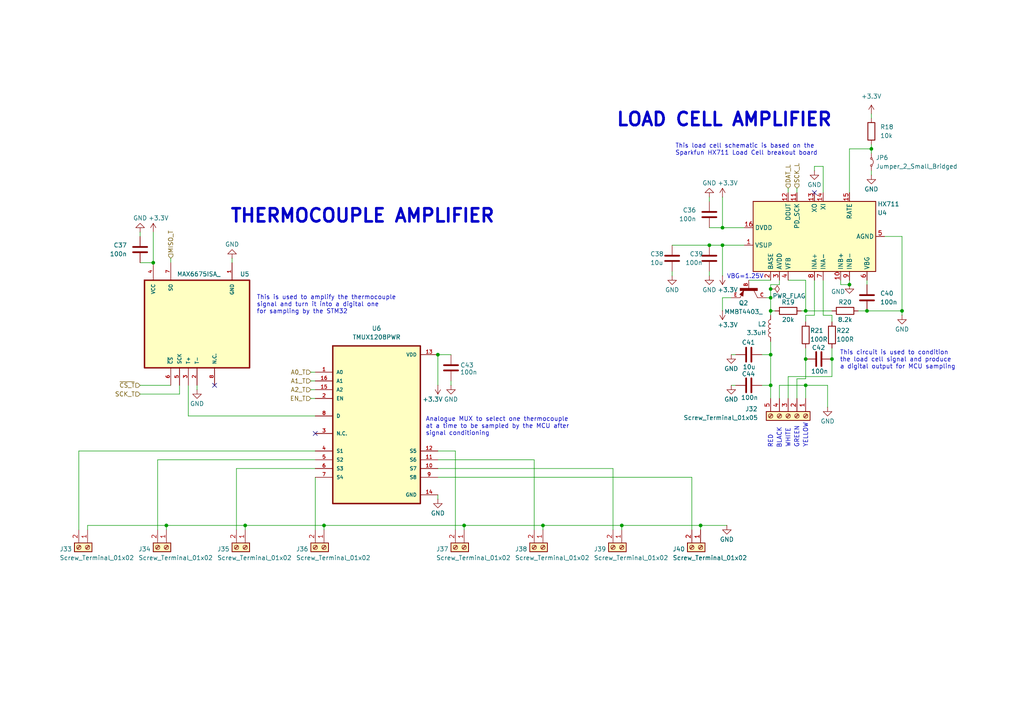
<source format=kicad_sch>
(kicad_sch (version 20250114) (generator "eeschema") (generator_version "9.0")
  (paper "A4")
  (title_block (title "Feedback Circuit") (date "2025-07-01") (rev "0.1") (company "Stellenbosch University") (comment 1 "Department of Mechanical and Mechatronic Engineering") (comment 2 "Student Number: 25848887") (comment 3 "Name: Simon Craig DANIEL"))
  (lib_symbols
    (symbol "Analog_ADC:HX711"
      (property "Reference" "U" (at 5.08 21.59 0))
      (property "Value" "HX711" (at 7.62 19.05 0))
      (symbol "HX711_0_1"
        (rectangle (start -10.16 17.78) (end 10.16 -17.78) (stroke (width 0.254)) (fill (type background)))
      )
      (symbol "HX711_1_1"
        (pin passive line (at -12.7 12.7 0) (length 2.54) (name "BASE") (number "2"))
        (pin power_in line (at -12.7 10.16 0) (length 2.54) (name "AVDD") (number "3"))
        (pin input line (at -12.7 7.62 0) (length 2.54) (name "VFB") (number "4"))
        (pin input line (at -12.7 0 0) (length 2.54) (name "INA+") (number "8"))
        (pin input line (at -12.7 -2.54 0) (length 2.54) (name "INA-") (number "7"))
        (pin input line (at -12.7 -7.62 0) (length 2.54) (name "INB+") (number "10"))
        (pin input line (at -12.7 -10.16 0) (length 2.54) (name "INB-") (number "9"))
        (pin passive line (at -12.7 -15.24 0) (length 2.54) (name "VBG") (number "6"))
        (pin power_in line (at -2.54 20.32 270) (length 2.54) (name "VSUP") (number "1"))
        (pin power_in line (at 0 -20.32 90) (length 2.54) (name "AGND") (number "5"))
        (pin power_in line (at 2.54 20.32 270) (length 2.54) (name "DVDD") (number "16"))
        (pin output line (at 12.7 7.62 180) (length 2.54) (name "DOUT") (number "12"))
        (pin input line (at 12.7 5.08 180) (length 2.54) (name "PD_SCK") (number "11"))
        (pin passive line (at 12.7 0 180) (length 2.54) (name "XO") (number "13"))
        (pin passive line (at 12.7 -2.54 180) (length 2.54) (name "XI") (number "14"))
        (pin input line (at 12.7 -10.16 180) (length 2.54) (name "RATE") (number "15"))
      )
    )
    (symbol "Connector:Screw_Terminal_01x02" (pin_names (offset 1.016) (hide yes))
      (property "Reference" "J" (at 0 2.54 0))
      (property "Value" "Screw_Terminal_01x02" (at 0 -5.08 0))
      (symbol "Screw_Terminal_01x02_1_1"
        (rectangle (start -1.27 1.27) (end 1.27 -3.81) (stroke (width 0.254)) (fill (type background)))
        (polyline (pts (xy -0.5334 0.3302) (xy 0.3302 -0.508)) (stroke (width 0.1524)))
        (polyline (pts (xy -0.5334 -2.2098) (xy 0.3302 -3.048)) (stroke (width 0.1524)))
        (polyline (pts (xy -0.3556 0.508) (xy 0.508 -0.3302)) (stroke (width 0.1524)))
        (polyline (pts (xy -0.3556 -2.032) (xy 0.508 -2.8702)) (stroke (width 0.1524)))
        (circle (center 0 0) (radius 0.635) (stroke (width 0.1524)))
        (circle (center 0 -2.54) (radius 0.635) (stroke (width 0.1524)))
        (pin passive line (at -5.08 0 0) (length 3.81) (name "Pin_1") (number "1"))
        (pin passive line (at -5.08 -2.54 0) (length 3.81) (name "Pin_2") (number "2"))
      )
    )
    (symbol "Connector:Screw_Terminal_01x05" (pin_names (offset 1.016) (hide yes))
      (property "Reference" "J" (at 0 7.62 0))
      (property "Value" "Screw_Terminal_01x05" (at 0 -7.62 0))
      (symbol "Screw_Terminal_01x05_1_1"
        (rectangle (start -1.27 6.35) (end 1.27 -6.35) (stroke (width 0.254)) (fill (type background)))
        (polyline (pts (xy -0.5334 5.4102) (xy 0.3302 4.572)) (stroke (width 0.1524)))
        (polyline (pts (xy -0.5334 2.8702) (xy 0.3302 2.032)) (stroke (width 0.1524)))
        (polyline (pts (xy -0.5334 0.3302) (xy 0.3302 -0.508)) (stroke (width 0.1524)))
        (polyline (pts (xy -0.5334 -2.2098) (xy 0.3302 -3.048)) (stroke (width 0.1524)))
        (polyline (pts (xy -0.5334 -4.7498) (xy 0.3302 -5.588)) (stroke (width 0.1524)))
        (polyline (pts (xy -0.3556 5.588) (xy 0.508 4.7498)) (stroke (width 0.1524)))
        (polyline (pts (xy -0.3556 3.048) (xy 0.508 2.2098)) (stroke (width 0.1524)))
        (polyline (pts (xy -0.3556 0.508) (xy 0.508 -0.3302)) (stroke (width 0.1524)))
        (polyline (pts (xy -0.3556 -2.032) (xy 0.508 -2.8702)) (stroke (width 0.1524)))
        (polyline (pts (xy -0.3556 -4.572) (xy 0.508 -5.4102)) (stroke (width 0.1524)))
        (circle (center 0 5.08) (radius 0.635) (stroke (width 0.1524)))
        (circle (center 0 2.54) (radius 0.635) (stroke (width 0.1524)))
        (circle (center 0 0) (radius 0.635) (stroke (width 0.1524)))
        (circle (center 0 -2.54) (radius 0.635) (stroke (width 0.1524)))
        (circle (center 0 -5.08) (radius 0.635) (stroke (width 0.1524)))
        (pin passive line (at -5.08 5.08 0) (length 3.81) (name "Pin_1") (number "1"))
        (pin passive line (at -5.08 2.54 0) (length 3.81) (name "Pin_2") (number "2"))
        (pin passive line (at -5.08 0 0) (length 3.81) (name "Pin_3") (number "3"))
        (pin passive line (at -5.08 -2.54 0) (length 3.81) (name "Pin_4") (number "4"))
        (pin passive line (at -5.08 -5.08 0) (length 3.81) (name "Pin_5") (number "5"))
      )
    )
    (symbol "Device:C" (pin_numbers (hide yes)) (pin_names (offset 0.254))
      (property "Reference" "C" (at 0.635 2.54 0))
      (property "Value" "C" (at 0.635 -2.54 0))
      (symbol "C_0_1"
        (polyline (pts (xy -2.032 0.762) (xy 2.032 0.762)) (stroke (width 0.508)))
        (polyline (pts (xy -2.032 -0.762) (xy 2.032 -0.762)) (stroke (width 0.508)))
      )
      (symbol "C_1_1"
        (pin passive line (at 0 3.81 270) (length 2.794) (name "~") (number "1"))
        (pin passive line (at 0 -3.81 90) (length 2.794) (name "~") (number "2"))
      )
    )
    (symbol "Device:L" (pin_numbers (hide yes)) (pin_names (offset 1.016) (hide yes))
      (property "Reference" "L" (at -1.27 0 90))
      (property "Value" "L" (at 1.905 0 90))
      (symbol "L_0_1"
        (arc (start 0 2.54) (mid 0.6323 1.905) (end 0 1.27))
        (arc (start 0 1.27) (mid 0.6323 0.635) (end 0 0))
        (arc (start 0 0) (mid 0.6323 -0.635) (end 0 -1.27))
        (arc (start 0 -1.27) (mid 0.6323 -1.905) (end 0 -2.54))
      )
      (symbol "L_1_1"
        (pin passive line (at 0 3.81 270) (length 1.27) (name "1") (number "1"))
        (pin passive line (at 0 -3.81 90) (length 1.27) (name "2") (number "2"))
      )
    )
    (symbol "Device:R" (pin_numbers (hide yes)) (pin_names (offset 0))
      (property "Reference" "R" (at 2.032 0 90))
      (property "Value" "R" (at 0 0 90))
      (symbol "R_0_1"
        (rectangle (start -1.016 -2.54) (end 1.016 2.54) (stroke (width 0.254)))
      )
      (symbol "R_1_1"
        (pin passive line (at 0 3.81 270) (length 1.27) (name "~") (number "1"))
        (pin passive line (at 0 -3.81 90) (length 1.27) (name "~") (number "2"))
      )
    )
    (symbol "Jumper:Jumper_2_Small_Bridged" (pin_numbers (hide yes)) (pin_names (offset 0) (hide yes))
      (property "Reference" "JP" (at 0 2.032 0))
      (property "Value" "Jumper_2_Small_Bridged" (at 0 -2.286 0))
      (symbol "Jumper_2_Small_Bridged_0_0"
        (circle (center -1.016 0) (radius 0.254))
        (circle (center 1.016 0) (radius 0.254))
      )
      (symbol "Jumper_2_Small_Bridged_0_1"
        (arc (start -0.762 0.254) (mid 0 0.5696) (end 0.762 0.254))
      )
      (symbol "Jumper_2_Small_Bridged_1_1"
        (pin passive line (at -2.54 0 0) (length 1.27) (name "A") (number "1"))
        (pin passive line (at 2.54 0 180) (length 1.27) (name "B") (number "2"))
      )
    )
    (symbol "MAX6675ISA_:MAX6675ISA_" (pin_names (offset 1.016))
      (property "Reference" "U" (at -12.7 16.24 0))
      (property "Value" "MAX6675ISA_" (at -12.7 -19.24 0))
      (symbol "MAX6675ISA__0_0"
        (rectangle (start -12.7 -15.24) (end 12.7 15.24) (stroke (width 0.41)) (fill (type background)))
        (pin input line (at -17.78 7.62 0) (length 5.08) (name "~{CS}") (number "6"))
        (pin input line (at -17.78 5.08 0) (length 5.08) (name "SCK") (number "5"))
        (pin input line (at -17.78 2.54 0) (length 5.08) (name "T+") (number "3"))
        (pin input line (at -17.78 0 0) (length 5.08) (name "T-") (number "2"))
        (pin bidirectional line (at -17.78 -5.08 0) (length 5.08) (name "N.C.") (number "8"))
        (pin power_in line (at 17.78 12.7 180) (length 5.08) (name "VCC") (number "4"))
        (pin output line (at 17.78 7.62 180) (length 5.08) (name "SO") (number "7"))
        (pin power_in line (at 17.78 -10.16 180) (length 5.08) (name "GND") (number "1"))
      )
    )
    (symbol "MMBT4403_:MMBT4403_" (pin_names (offset 1.016))
      (property "Reference" "Q" (at -10.1673 7.6255 0))
      (property "Value" "MMBT4403_" (at -10.1715 5.0857 0))
      (symbol "MMBT4403__0_0"
        (rectangle (start -0.2545 -2.545) (end 0.508 2.54) (stroke (width 0.1)) (fill (type outline)))
        (polyline (pts (xy 0.516 1.478) (xy 2.086 1.678)) (stroke (width 0.1524)))
        (polyline (pts (xy 0.762 1.651) (xy 1.778 1.778)) (stroke (width 0.254)))
        (polyline (pts (xy 1.143 1.905) (xy 1.524 1.905)) (stroke (width 0.254)))
        (polyline (pts (xy 1.524 2.413) (xy 0.762 1.651)) (stroke (width 0.254)))
        (polyline (pts (xy 1.524 2.159) (xy 1.143 1.905)) (stroke (width 0.254)))
        (polyline (pts (xy 1.578 2.594) (xy 0.516 1.478)) (stroke (width 0.1524)))
        (polyline (pts (xy 1.778 1.778) (xy 1.524 2.159)) (stroke (width 0.254)))
        (polyline (pts (xy 1.905 1.778) (xy 1.524 2.413)) (stroke (width 0.254)))
        (polyline (pts (xy 2.086 1.678) (xy 1.578 2.594)) (stroke (width 0.1524)))
        (polyline (pts (xy 2.54 2.54) (xy 1.808 2.124)) (stroke (width 0.1524)))
        (polyline (pts (xy 2.54 -2.54) (xy 0.508 -1.524)) (stroke (width 0.1524)))
        (pin passive line (at -2.54 0 0) (length 2.54) (name "~") (number "B"))
        (pin passive line (at 2.54 5.08 270) (length 2.54) (name "~") (number "E"))
        (pin passive line (at 2.54 -5.08 90) (length 2.54) (name "~") (number "C"))
      )
    )
    (symbol "TMUX1208PWR:TMUX1208PWR" (pin_names (offset 1.016))
      (property "Reference" "U" (at -12.7 23.86 0))
      (property "Value" "TMUX1208PWR" (at -12.7 -26.86 0))
      (symbol "TMUX1208PWR_0_0"
        (rectangle (start -12.7 -22.86) (end 12.7 22.86) (stroke (width 0.41)) (fill (type background)))
        (pin input line (at -17.78 15.24 0) (length 5.08) (name "A0") (number "1"))
        (pin input line (at -17.78 12.7 0) (length 5.08) (name "A1") (number "16"))
        (pin input line (at -17.78 10.16 0) (length 5.08) (name "A2") (number "15"))
        (pin input line (at -17.78 7.62 0) (length 5.08) (name "EN") (number "2"))
        (pin bidirectional line (at -17.78 2.54 0) (length 5.08) (name "D") (number "8"))
        (pin bidirectional line (at -17.78 -2.54 0) (length 5.08) (name "N.C.") (number "3"))
        (pin bidirectional line (at -17.78 -7.62 0) (length 5.08) (name "S1") (number "4"))
        (pin bidirectional line (at -17.78 -10.16 0) (length 5.08) (name "S2") (number "5"))
        (pin bidirectional line (at -17.78 -12.7 0) (length 5.08) (name "S3") (number "6"))
        (pin bidirectional line (at -17.78 -15.24 0) (length 5.08) (name "S4") (number "7"))
        (pin power_in line (at 17.78 20.32 180) (length 5.08) (name "VDD") (number "13"))
        (pin bidirectional line (at 17.78 -7.62 180) (length 5.08) (name "S5") (number "12"))
        (pin bidirectional line (at 17.78 -10.16 180) (length 5.08) (name "S6") (number "11"))
        (pin bidirectional line (at 17.78 -12.7 180) (length 5.08) (name "S7") (number "10"))
        (pin bidirectional line (at 17.78 -15.24 180) (length 5.08) (name "S8") (number "9"))
        (pin power_in line (at 17.78 -20.32 180) (length 5.08) (name "GND") (number "14"))
      )
    )
    (symbol "power:+3.3V" (power) (pin_numbers (hide yes)) (pin_names (offset 0) (hide yes))
      (property "Value" "+3.3V" (at 0 3.556 0))
      (symbol "+3.3V_0_1"
        (polyline (pts (xy -0.762 1.27) (xy 0 2.54)))
        (polyline (pts (xy 0 2.54) (xy 0.762 1.27)))
        (polyline (pts (xy 0 0) (xy 0 2.54)))
      )
      (symbol "+3.3V_1_1"
        (pin power_in line (at 0 0 90) (length 0) (name "~") (number "1"))
      )
    )
    (symbol "power:GND" (power) (pin_numbers (hide yes)) (pin_names (offset 0) (hide yes))
      (property "Value" "GND" (at 0 -3.81 0))
      (symbol "GND_0_1"
        (polyline (pts (xy 0 0) (xy 0 -1.27) (xy 1.27 -1.27) (xy 0 -2.54) (xy -1.27 -1.27) (xy 0 -1.27)))
      )
      (symbol "GND_1_1"
        (pin power_in line (at 0 0 270) (length 0) (name "~") (number "1"))
      )
    )
    (symbol "power:PWR_FLAG" (power) (pin_numbers (hide yes)) (pin_names (offset 0) (hide yes))
      (property "Value" "PWR_FLAG" (at 0 3.81 0))
      (symbol "PWR_FLAG_0_0"
        (pin power_out line (at 0 0 90) (length 0) (name "~") (number "1"))
      )
      (symbol "PWR_FLAG_0_1"
        (polyline (pts (xy 0 0) (xy 0 1.27) (xy -1.016 1.905) (xy 0 2.54) (xy 1.016 1.905) (xy 0 1.27)))
      )
    )
  )
  (text "WHITE\n" (at 228.6 127 90) (effects (font (size 1.27 1.27))))
  (text "This load cell schematic is based on the \nSparkfun HX711 Load Cell breakout board" (at 195.834 43.434 0) (effects (font (size 1.27 1.27)) (justify left)))
  (text "THERMOCOUPLE AMPLIFIER\n" (at 105.156 62.738 0) (effects (font (size 3.81 3.81) (thickness 0.762) (bold yes))))
  (text "YELLOW" (at 233.68 126.238 90) (effects (font (size 1.27 1.27))))
  (text "This circuit is used to condition \nthe load cell signal and produce\na digital output for MCU sampling" (at 243.586 104.394 0) (effects (font (size 1.27 1.27)) (justify left)))
  (text "BLACK\n" (at 226.06 127 90) (effects (font (size 1.27 1.27))))
  (text "RED\n" (at 223.52 128.016 90) (effects (font (size 1.27 1.27))))
  (text "GREEN\n" (at 231.14 126.746 90) (effects (font (size 1.27 1.27))))
  (text "Analogue MUX to select one thermocouple \nat a time to be sampled by the MCU after \nsignal conditioning" (at 123.444 123.698 0) (effects (font (size 1.27 1.27)) (justify left)))
  (text "LOAD CELL AMPLIFIER\n" (at 210.058 34.798 0) (effects (font (size 3.81 3.81) (thickness 0.762) (bold yes))))
  (text "VBG=1.25V" (at 216.154 80.264 0) (effects (font (size 1.27 1.27))))
  (text "This is used to amplify the thermocouple \nsignal and turn it into a digital one \nfor sampling by the STM32" (at 74.422 88.392 0) (effects (font (size 1.27 1.27)) (justify left)))
  (junction (at 209.55 66.04))
  (junction (at 180.34 152.4))
  (junction (at 252.73 43.18))
  (junction (at 246.38 82.55))
  (junction (at 93.98 152.4))
  (junction (at 134.62 152.4))
  (junction (at 127 102.87))
  (junction (at 48.26 152.4))
  (junction (at 205.74 71.12))
  (junction (at 223.52 83.82))
  (junction (at 44.45 76.2))
  (junction (at 203.2 152.4))
  (junction (at 223.52 111.76))
  (junction (at 233.68 90.17))
  (junction (at 71.12 152.4))
  (junction (at 223.52 102.87))
  (junction (at 233.68 111.76))
  (junction (at 233.68 104.14))
  (junction (at 223.52 90.17))
  (junction (at 157.48 152.4))
  (junction (at 223.52 86.36))
  (junction (at 241.3 104.14))
  (junction (at 261.62 90.17))
  (junction (at 209.55 71.12))
  (junction (at 251.46 90.17))
  (no_connect (at 62.23 111.76))
  (no_connect (at 91.44 125.73))
  (no_connect (at 236.22 55.88))
  (wire (pts (xy 233.68 90.17) (xy 233.68 81.28)))
  (wire (pts (xy 40.64 111.76) (xy 49.53 111.76)))
  (wire (pts (xy 228.6 81.28) (xy 233.68 81.28)))
  (wire (pts (xy 233.68 115.57) (xy 233.68 111.76)))
  (wire (pts (xy 252.73 41.91) (xy 252.73 43.18)))
  (wire (pts (xy 209.55 86.36) (xy 212.09 86.36)))
  (wire (pts (xy 248.92 90.17) (xy 251.46 90.17)))
  (wire (pts (xy 243.84 81.28) (xy 243.84 82.55)))
  (wire (pts (xy 49.53 74.93) (xy 49.53 76.2)))
  (wire (pts (xy 231.14 109.855) (xy 231.14 115.57)))
  (wire (pts (xy 241.3 109.22) (xy 228.6 109.22)))
  (wire (pts (xy 228.6 54.61) (xy 228.6 55.88)))
  (wire (pts (xy 233.68 91.44) (xy 236.22 91.44)))
  (wire (pts (xy 127 111.76) (xy 127 102.87)))
  (wire (pts (xy 223.52 99.06) (xy 223.52 102.87)))
  (wire (pts (xy 209.55 66.04) (xy 205.74 66.04)))
  (wire (pts (xy 236.22 49.53) (xy 236.22 48.26)))
  (wire (pts (xy 226.06 82.55) (xy 226.06 81.28)))
  (wire (pts (xy 209.55 71.12) (xy 215.9 71.12)))
  (wire (pts (xy 90.17 113.03) (xy 91.44 113.03)))
  (wire (pts (xy 261.62 90.17) (xy 251.46 90.17)))
  (wire (pts (xy 200.66 138.43) (xy 200.66 153.67)))
  (wire (pts (xy 233.68 109.855) (xy 233.68 104.14)))
  (wire (pts (xy 127 138.43) (xy 200.66 138.43)))
  (wire (pts (xy 261.62 68.58) (xy 261.62 90.17)))
  (wire (pts (xy 194.945 78.74) (xy 194.945 80.01)))
  (wire (pts (xy 241.3 100.965) (xy 241.3 104.14)))
  (wire (pts (xy 203.2 152.4) (xy 210.82 152.4)))
  (wire (pts (xy 212.09 111.76) (xy 213.36 111.76)))
  (wire (pts (xy 130.81 110.49) (xy 130.81 111.76)))
  (wire (pts (xy 236.22 81.28) (xy 236.22 91.44)))
  (wire (pts (xy 246.38 55.88) (xy 246.38 43.18)))
  (wire (pts (xy 25.4 152.4) (xy 48.26 152.4)))
  (wire (pts (xy 44.45 67.31) (xy 44.45 76.2)))
  (wire (pts (xy 127 130.81) (xy 132.08 130.81)))
  (wire (pts (xy 252.73 49.53) (xy 252.73 50.8)))
  (wire (pts (xy 134.62 152.4) (xy 93.98 152.4)))
  (wire (pts (xy 209.55 66.04) (xy 215.9 66.04)))
  (wire (pts (xy 177.8 135.89) (xy 177.8 153.67)))
  (wire (pts (xy 48.26 153.67) (xy 48.26 152.4)))
  (wire (pts (xy 91.44 138.43) (xy 91.44 153.67)))
  (wire (pts (xy 223.52 90.17) (xy 224.79 90.17)))
  (wire (pts (xy 256.54 68.58) (xy 261.62 68.58)))
  (wire (pts (xy 241.3 91.44) (xy 241.3 93.345)))
  (wire (pts (xy 90.17 110.49) (xy 91.44 110.49)))
  (wire (pts (xy 231.14 109.855) (xy 233.68 109.855)))
  (wire (pts (xy 205.74 58.42) (xy 205.74 57.15)))
  (wire (pts (xy 25.4 153.67) (xy 25.4 152.4)))
  (wire (pts (xy 246.38 81.28) (xy 246.38 82.55)))
  (wire (pts (xy 243.84 82.55) (xy 246.38 82.55)))
  (wire (pts (xy 212.09 102.87) (xy 213.36 102.87)))
  (wire (pts (xy 223.52 82.55) (xy 226.06 82.55)))
  (wire (pts (xy 241.3 91.44) (xy 238.76 91.44)))
  (wire (pts (xy 45.72 153.67) (xy 45.72 133.35)))
  (wire (pts (xy 232.41 90.17) (xy 233.68 90.17)))
  (wire (pts (xy 233.68 104.14) (xy 233.68 100.965)))
  (wire (pts (xy 209.55 80.01) (xy 209.55 71.12)))
  (wire (pts (xy 157.48 152.4) (xy 134.62 152.4)))
  (wire (pts (xy 238.76 48.26) (xy 238.76 55.88)))
  (wire (pts (xy 252.73 43.18) (xy 252.73 44.45)))
  (wire (pts (xy 48.26 152.4) (xy 71.12 152.4)))
  (wire (pts (xy 223.52 111.76) (xy 223.52 115.57)))
  (wire (pts (xy 203.2 153.67) (xy 203.2 152.4)))
  (wire (pts (xy 127 135.89) (xy 177.8 135.89)))
  (wire (pts (xy 127 144.78) (xy 127 143.51)))
  (wire (pts (xy 157.48 153.67) (xy 157.48 152.4)))
  (wire (pts (xy 226.06 111.76) (xy 233.68 111.76)))
  (wire (pts (xy 238.76 91.44) (xy 238.76 81.28)))
  (wire (pts (xy 40.64 114.3) (xy 52.07 114.3)))
  (wire (pts (xy 68.58 135.89) (xy 91.44 135.89)))
  (wire (pts (xy 44.45 76.2) (xy 40.64 76.2)))
  (wire (pts (xy 251.46 81.28) (xy 251.46 82.55)))
  (wire (pts (xy 134.62 153.67) (xy 134.62 152.4)))
  (wire (pts (xy 246.38 43.18) (xy 252.73 43.18)))
  (wire (pts (xy 91.44 120.65) (xy 54.61 120.65)))
  (wire (pts (xy 236.22 48.26) (xy 238.76 48.26)))
  (wire (pts (xy 93.98 153.67) (xy 93.98 152.4)))
  (wire (pts (xy 240.03 118.11) (xy 240.03 111.76)))
  (wire (pts (xy 203.2 152.4) (xy 180.34 152.4)))
  (wire (pts (xy 90.17 115.57) (xy 91.44 115.57)))
  (wire (pts (xy 222.25 86.36) (xy 223.52 86.36)))
  (wire (pts (xy 194.945 71.12) (xy 205.74 71.12)))
  (wire (pts (xy 252.73 33.02) (xy 252.73 34.29)))
  (wire (pts (xy 209.55 57.15) (xy 209.55 66.04)))
  (wire (pts (xy 241.3 104.14) (xy 241.3 109.22)))
  (wire (pts (xy 68.58 153.67) (xy 68.58 135.89)))
  (wire (pts (xy 233.68 111.76) (xy 240.03 111.76)))
  (wire (pts (xy 223.52 82.55) (xy 223.52 83.82)))
  (wire (pts (xy 226.06 115.57) (xy 226.06 111.76)))
  (wire (pts (xy 57.15 111.76) (xy 57.15 113.03)))
  (wire (pts (xy 217.17 81.28) (xy 223.52 81.28)))
  (wire (pts (xy 261.62 91.44) (xy 261.62 90.17)))
  (wire (pts (xy 180.34 153.67) (xy 180.34 152.4)))
  (wire (pts (xy 90.17 107.95) (xy 91.44 107.95)))
  (wire (pts (xy 40.64 68.58) (xy 40.64 67.31)))
  (wire (pts (xy 223.52 90.17) (xy 223.52 91.44)))
  (wire (pts (xy 223.52 86.36) (xy 223.52 90.17)))
  (wire (pts (xy 180.34 152.4) (xy 157.48 152.4)))
  (wire (pts (xy 231.14 54.61) (xy 231.14 55.88)))
  (wire (pts (xy 54.61 120.65) (xy 54.61 111.76)))
  (wire (pts (xy 127 102.87) (xy 130.81 102.87)))
  (wire (pts (xy 209.55 71.12) (xy 205.74 71.12)))
  (wire (pts (xy 71.12 153.67) (xy 71.12 152.4)))
  (wire (pts (xy 233.68 91.44) (xy 233.68 93.345)))
  (wire (pts (xy 205.74 78.74) (xy 205.74 80.01)))
  (wire (pts (xy 45.72 133.35) (xy 91.44 133.35)))
  (wire (pts (xy 67.31 74.93) (xy 67.31 76.2)))
  (wire (pts (xy 228.6 109.22) (xy 228.6 115.57)))
  (wire (pts (xy 220.98 102.87) (xy 223.52 102.87)))
  (wire (pts (xy 223.52 83.82) (xy 223.52 86.36)))
  (wire (pts (xy 233.68 90.17) (xy 241.3 90.17)))
  (wire (pts (xy 132.08 130.81) (xy 132.08 153.67)))
  (wire (pts (xy 154.94 133.35) (xy 154.94 153.67)))
  (wire (pts (xy 127 133.35) (xy 154.94 133.35)))
  (wire (pts (xy 209.55 90.17) (xy 209.55 86.36)))
  (wire (pts (xy 22.86 130.81) (xy 91.44 130.81)))
  (wire (pts (xy 220.98 111.76) (xy 223.52 111.76)))
  (wire (pts (xy 223.52 102.87) (xy 223.52 111.76)))
  (wire (pts (xy 52.07 114.3) (xy 52.07 111.76)))
  (wire (pts (xy 93.98 152.4) (xy 71.12 152.4)))
  (wire (pts (xy 22.86 153.67) (xy 22.86 130.81)))
  (hierarchical_label "A0_T" (shape input) (at 90.17 107.95 180))
  (hierarchical_label "EN_T" (shape input) (at 90.17 115.57 180))
  (hierarchical_label "SCK_L" (shape input) (at 231.14 54.61 90))
  (hierarchical_label "A1_T" (shape input) (at 90.17 110.49 180))
  (hierarchical_label "SCK_T" (shape input) (at 40.64 114.3 180))
  (hierarchical_label "MISO_T" (shape input) (at 49.53 74.93 90))
  (hierarchical_label "A2_T" (shape input) (at 90.17 113.03 180))
  (hierarchical_label "~{CS_T}" (shape input) (at 40.64 111.76 180))
  (hierarchical_label "DAT_L" (shape input) (at 228.6 54.61 90))
  (symbol (lib_id "Device:L") (at 223.52 95.25 0) (mirror y) (unit 1)
    (property "Reference" "L2" (at 222.25 93.9799 0) (effects (justify left)))
    (property "Value" "3.3uH" (at 222.25 96.5199 0) (effects (justify left)))
    (property "Footprint" "Inductor_SMD:L_0805_2012Metric" (effects (hide yes)))
    (property "Description" "Inductor" (effects (hide yes)))
  )
  (symbol (lib_id "Jumper:Jumper_2_Small_Bridged") (at 252.73 46.99 270) (unit 1)
    (property "Reference" "JP6" (at 254 45.7199 90) (effects (justify left)))
    (property "Value" "Jumper_2_Small_Bridged" (at 254 48.2599 90) (effects (justify left)))
    (property "Footprint" "TestPoint:TestPoint_Bridge_Pitch2.54mm_Drill0.7mm" (effects (hide yes)))
    (property "Description" "Jumper, 2-pole, small symbol, bridged" (effects (hide yes)))
  )
  (symbol (lib_id "Device:C") (at 205.74 62.23 0) (mirror y) (unit 1)
    (property "Reference" "C36" (at 201.93 60.9599 0) (effects (justify left)))
    (property "Value" "100n" (at 201.93 63.4999 0) (effects (justify left)))
    (property "Footprint" "Capacitor_SMD:C_0603_1608Metric" (effects (hide yes)))
    (property "Description" "Unpolarized capacitor" (effects (hide yes)))
  )
  (symbol (lib_id "Device:R") (at 228.6 90.17 90) (unit 1)
    (property "Reference" "R19" (at 228.6 87.63 90))
    (property "Value" "20k" (at 228.6 92.71 90))
    (property "Footprint" "Resistor_SMD:R_0805_2012Metric" (effects (hide yes)))
    (property "Description" "Resistor" (effects (hide yes)))
  )
  (symbol (lib_id "power:+3.3V") (at 209.55 80.01 180) (unit 1)
    (property "Reference" "#PWR090" (effects (hide yes)))
    (property "Value" "+3.3V" (at 211.074 84.074 0))
    (property "Description" "Power symbol creates a global label with name \"+3.3V\"" (effects (hide yes)))
  )
  (symbol (lib_id "Connector:Screw_Terminal_01x02") (at 134.62 158.75 270) (unit 1)
    (property "Reference" "J37" (at 126.492 159.258 90) (effects (justify left)))
    (property "Value" "Screw_Terminal_01x02" (at 126.492 161.798 90) (effects (justify left)))
    (property "Footprint" "TerminalBlock_Phoenix:TerminalBlock_Phoenix_PT-1,5-2-3.5-H_1x02_P3.50mm_Horizontal" (effects (hide yes)))
    (property "Description" "Generic screw terminal, single row, 01x02, script generated (kicad-library-utils/schlib/autogen/connector/)" (effects (hide yes)))
  )
  (symbol (lib_id "power:GND") (at 130.81 111.76 0) (mirror y) (unit 1)
    (property "Reference" "#PWR096" (effects (hide yes)))
    (property "Value" "GND" (at 130.81 115.824 0))
    (property "Description" "Power symbol creates a global label with name \"GND\" , ground" (effects (hide yes)))
  )
  (symbol (lib_id "power:GND") (at 205.74 80.01 0) (unit 1)
    (property "Reference" "#PWR089" (effects (hide yes)))
    (property "Value" "GND" (at 205.74 84.074 0))
    (property "Description" "Power symbol creates a global label with name \"GND\" , ground" (effects (hide yes)))
  )
  (symbol (lib_id "Device:R") (at 241.3 97.155 0) (unit 1)
    (property "Reference" "R22" (at 242.57 95.885 0) (effects (justify left)))
    (property "Value" "100R" (at 242.57 98.425 0) (effects (justify left)))
    (property "Footprint" "Resistor_SMD:R_0603_1608Metric" (effects (hide yes)))
    (property "Description" "Resistor" (effects (hide yes)))
  )
  (symbol (lib_id "power:PWR_FLAG") (at 223.52 83.82 270) (mirror x) (unit 1)
    (property "Reference" "#FLG09" (effects (hide yes)))
    (property "Value" "PWR_FLAG" (at 224.028 85.852 90) (effects (justify left)))
    (property "Description" "Special symbol for telling ERC where power comes from" (effects (hide yes)))
  )
  (symbol (lib_id "power:+3.3V") (at 127 111.76 0) (mirror x) (unit 1)
    (property "Reference" "#PWR095" (effects (hide yes)))
    (property "Value" "+3.3V" (at 125.476 115.824 0))
    (property "Description" "Power symbol creates a global label with name \"+3.3V\"" (effects (hide yes)))
  )
  (symbol (lib_id "Device:R") (at 233.68 97.155 0) (unit 1)
    (property "Reference" "R21" (at 234.95 95.885 0) (effects (justify left)))
    (property "Value" "100R" (at 234.95 98.425 0) (effects (justify left)))
    (property "Footprint" "Resistor_SMD:R_0603_1608Metric" (effects (hide yes)))
    (property "Description" "Resistor" (effects (hide yes)))
  )
  (symbol (lib_id "Connector:Screw_Terminal_01x02") (at 71.12 158.75 270) (unit 1)
    (property "Reference" "J35" (at 62.992 159.258 90) (effects (justify left)))
    (property "Value" "Screw_Terminal_01x02" (at 62.992 161.798 90) (effects (justify left)))
    (property "Footprint" "TerminalBlock_Phoenix:TerminalBlock_Phoenix_PT-1,5-2-3.5-H_1x02_P3.50mm_Horizontal" (effects (hide yes)))
    (property "Description" "Generic screw terminal, single row, 01x02, script generated (kicad-library-utils/schlib/autogen/connector/)" (effects (hide yes)))
  )
  (symbol (lib_id "MMBT4403_:MMBT4403_") (at 217.17 83.82 90) (mirror x) (unit 1)
    (property "Reference" "Q2" (at 215.646 87.884 90))
    (property "Value" "MMBT4403_" (at 215.646 90.424 90))
    (property "Footprint" "MMBT4403_:SOT23-BEC" (effects (hide yes)))
    (property "MF" "ON Semiconductor" (effects (hide yes)))
    (property "Description_1" "Bipolar (BJT) Transistor PNP 40 V 600 mA 200MHz 150 mW Surface Mount SC-70-3 (SOT323)" (effects (hide yes)))
    (property "Package" "SOT-23-3 ON Semiconductor" (effects (hide yes)))
    (property "Price" "None" (effects (hide yes)))
    (property "SnapEDA_Link" "https://www.snapeda.com/parts/MMBT4403/Onsemi/view-part/?ref=snap" (effects (hide yes)))
    (property "MP" "MMBT4403" (effects (hide yes)))
    (property "Availability" "In Stock" (effects (hide yes)))
    (property "Check_prices" "https://www.snapeda.com/parts/MMBT4403/Onsemi/view-part/?ref=eda" (effects (hide yes)))
  )
  (symbol (lib_id "Device:C") (at 130.81 106.68 0) (mirror x) (unit 1)
    (property "Reference" "C43" (at 137.414 105.918 0) (effects (justify right)))
    (property "Value" "100n" (at 138.43 107.95 0) (effects (justify right)))
    (property "Footprint" "Capacitor_SMD:C_0603_1608Metric" (effects (hide yes)))
    (property "Description" "Unpolarized capacitor" (effects (hide yes)))
  )
  (symbol (lib_id "power:GND") (at 261.62 91.44 0) (mirror y) (unit 1)
    (property "Reference" "#PWR093" (effects (hide yes)))
    (property "Value" "GND" (at 261.62 95.504 0))
    (property "Description" "Power symbol creates a global label with name \"GND\" , ground" (effects (hide yes)))
  )
  (symbol (lib_id "power:GND") (at 236.22 49.53 0) (mirror y) (unit 1)
    (property "Reference" "#PWR081" (effects (hide yes)))
    (property "Value" "GND" (at 236.22 53.594 0))
    (property "Description" "Power symbol creates a global label with name \"GND\" , ground" (effects (hide yes)))
  )
  (symbol (lib_id "Device:C") (at 217.17 102.87 270) (unit 1)
    (property "Reference" "C41" (at 215.138 99.314 90) (effects (justify left)))
    (property "Value" "10u" (at 215.392 106.426 90) (effects (justify left)))
    (property "Footprint" "Capacitor_SMD:C_0805_2012Metric" (effects (hide yes)))
    (property "Description" "Unpolarized capacitor" (effects (hide yes)))
  )
  (symbol (lib_id "Device:C") (at 40.64 72.39 0) (mirror y) (unit 1)
    (property "Reference" "C37" (at 36.83 71.1199 0) (effects (justify left)))
    (property "Value" "100n" (at 36.83 73.6599 0) (effects (justify left)))
    (property "Footprint" "Capacitor_SMD:C_0603_1608Metric" (effects (hide yes)))
    (property "Description" "Unpolarized capacitor" (effects (hide yes)))
  )
  (symbol (lib_id "power:GND") (at 205.74 57.15 0) (mirror x) (unit 1)
    (property "Reference" "#PWR083" (effects (hide yes)))
    (property "Value" "GND" (at 205.74 53.086 0))
    (property "Description" "Power symbol creates a global label with name \"GND\" , ground" (effects (hide yes)))
  )
  (symbol (lib_id "Device:C") (at 251.46 86.36 0) (unit 1)
    (property "Reference" "C40" (at 255.27 85.0899 0) (effects (justify left)))
    (property "Value" "100n" (at 255.27 87.6299 0) (effects (justify left)))
    (property "Footprint" "Capacitor_SMD:C_0603_1608Metric" (effects (hide yes)))
    (property "Description" "Unpolarized capacitor" (effects (hide yes)))
  )
  (symbol (lib_id "Device:C") (at 194.945 74.93 180) (unit 1)
    (property "Reference" "C38" (at 188.595 73.6601 0) (effects (justify right)))
    (property "Value" "10u" (at 188.595 76.2 0) (effects (justify right)))
    (property "Footprint" "Capacitor_SMD:C_0805_2012Metric" (effects (hide yes)))
    (property "Description" "Unpolarized capacitor" (effects (hide yes)))
  )
  (symbol (lib_id "Connector:Screw_Terminal_01x02") (at 48.26 158.75 270) (unit 1)
    (property "Reference" "J34" (at 40.132 159.258 90) (effects (justify left)))
    (property "Value" "Screw_Terminal_01x02" (at 40.132 161.798 90) (effects (justify left)))
    (property "Footprint" "TerminalBlock_Phoenix:TerminalBlock_Phoenix_PT-1,5-2-3.5-H_1x02_P3.50mm_Horizontal" (effects (hide yes)))
    (property "Description" "Generic screw terminal, single row, 01x02, script generated (kicad-library-utils/schlib/autogen/connector/)" (effects (hide yes)))
  )
  (symbol (lib_id "MAX6675ISA_:MAX6675ISA_") (at 57.15 93.98 90) (unit 1)
    (property "Reference" "U5" (at 69.596 79.502 90) (effects (justify right)))
    (property "Value" "MAX6675ISA_" (at 51.308 79.502 90) (effects (justify right)))
    (property "Footprint" "MAX6675ISA_:SOIC127P600X175-8N" (effects (hide yes)))
    (property "MF" "Analog Devices" (effects (hide yes)))
    (property "Description_1" "Cold-Junction-Compensated K-Thermocouple-to-Digital Converter (0°C to +1024°C)" (effects (hide yes)))
    (property "Package" "SOIC-8 Maxim" (effects (hide yes)))
    (property "Price" "None" (effects (hide yes)))
    (property "SnapEDA_Link" "https://www.snapeda.com/parts/MAX6675ISA+T/Analog+Devices/view-part/?ref=snap" (effects (hide yes)))
    (property "MP" "MAX6675ISA+T" (effects (hide yes)))
    (property "Availability" "In Stock" (effects (hide yes)))
    (property "Check_prices" "https://www.snapeda.com/parts/MAX6675ISA+T/Analog+Devices/view-part/?ref=eda" (effects (hide yes)))
  )
  (symbol (lib_id "Device:C") (at 205.74 74.93 180) (unit 1)
    (property "Reference" "C39" (at 200.025 73.66 0) (effects (justify right)))
    (property "Value" "100n" (at 198.755 76.1999 0) (effects (justify right)))
    (property "Footprint" "Capacitor_SMD:C_0603_1608Metric" (effects (hide yes)))
    (property "Description" "Unpolarized capacitor" (effects (hide yes)))
  )
  (symbol (lib_id "Connector:Screw_Terminal_01x02") (at 157.48 158.75 270) (unit 1)
    (property "Reference" "J38" (at 149.352 159.258 90) (effects (justify left)))
    (property "Value" "Screw_Terminal_01x02" (at 149.352 161.798 90) (effects (justify left)))
    (property "Footprint" "TerminalBlock_Phoenix:TerminalBlock_Phoenix_PT-1,5-2-3.5-H_1x02_P3.50mm_Horizontal" (effects (hide yes)))
    (property "Description" "Generic screw terminal, single row, 01x02, script generated (kicad-library-utils/schlib/autogen/connector/)" (effects (hide yes)))
  )
  (symbol (lib_id "power:GND") (at 57.15 113.03 0) (mirror y) (unit 1)
    (property "Reference" "#PWR098" (effects (hide yes)))
    (property "Value" "GND" (at 57.15 117.094 0))
    (property "Description" "Power symbol creates a global label with name \"GND\" , ground" (effects (hide yes)))
  )
  (symbol (lib_id "Connector:Screw_Terminal_01x02") (at 180.34 158.75 270) (unit 1)
    (property "Reference" "J39" (at 172.212 159.258 90) (effects (justify left)))
    (property "Value" "Screw_Terminal_01x02" (at 172.212 161.798 90) (effects (justify left)))
    (property "Footprint" "TerminalBlock_Phoenix:TerminalBlock_Phoenix_PT-1,5-2-3.5-H_1x02_P3.50mm_Horizontal" (effects (hide yes)))
    (property "Description" "Generic screw terminal, single row, 01x02, script generated (kicad-library-utils/schlib/autogen/connector/)" (effects (hide yes)))
  )
  (symbol (lib_id "Connector:Screw_Terminal_01x02") (at 93.98 158.75 270) (unit 1)
    (property "Reference" "J36" (at 85.852 159.258 90) (effects (justify left)))
    (property "Value" "Screw_Terminal_01x02" (at 85.852 161.798 90) (effects (justify left)))
    (property "Footprint" "TerminalBlock_Phoenix:TerminalBlock_Phoenix_PT-1,5-2-3.5-H_1x02_P3.50mm_Horizontal" (effects (hide yes)))
    (property "Description" "Generic screw terminal, single row, 01x02, script generated (kicad-library-utils/schlib/autogen/connector/)" (effects (hide yes)))
  )
  (symbol (lib_id "power:GND") (at 212.09 102.87 0) (mirror y) (unit 1)
    (property "Reference" "#PWR094" (effects (hide yes)))
    (property "Value" "GND" (at 212.09 106.934 0))
    (property "Description" "Power symbol creates a global label with name \"GND\" , ground" (effects (hide yes)))
  )
  (symbol (lib_id "power:GND") (at 212.09 111.76 0) (mirror y) (unit 1)
    (property "Reference" "#PWR097" (effects (hide yes)))
    (property "Value" "GND" (at 212.09 115.824 0))
    (property "Description" "Power symbol creates a global label with name \"GND\" , ground" (effects (hide yes)))
  )
  (symbol (lib_id "Device:C") (at 217.17 111.76 270) (unit 1)
    (property "Reference" "C44" (at 215.138 108.458 90) (effects (justify left)))
    (property "Value" "100n" (at 214.884 115.316 90) (effects (justify left)))
    (property "Footprint" "Capacitor_SMD:C_0603_1608Metric" (effects (hide yes)))
    (property "Description" "Unpolarized capacitor" (effects (hide yes)))
  )
  (symbol (lib_id "power:GND") (at 240.03 118.11 0) (mirror y) (unit 1)
    (property "Reference" "#PWR099" (effects (hide yes)))
    (property "Value" "GND" (at 240.03 122.174 0))
    (property "Description" "Power symbol creates a global label with name \"GND\" , ground" (effects (hide yes)))
  )
  (symbol (lib_id "power:GND") (at 67.31 74.93 0) (mirror x) (unit 1)
    (property "Reference" "#PWR087" (effects (hide yes)))
    (property "Value" "GND" (at 67.31 70.866 0))
    (property "Description" "Power symbol creates a global label with name \"GND\" , ground" (effects (hide yes)))
  )
  (symbol (lib_id "power:GND") (at 210.82 152.4 0) (mirror y) (unit 1)
    (property "Reference" "#PWR0101" (effects (hide yes)))
    (property "Value" "GND" (at 210.82 156.464 0))
    (property "Description" "Power symbol creates a global label with name \"GND\" , ground" (effects (hide yes)))
  )
  (symbol (lib_id "power:+3.3V") (at 209.55 57.15 0) (mirror y) (unit 1)
    (property "Reference" "#PWR084" (effects (hide yes)))
    (property "Value" "+3.3V" (at 211.074 53.086 0))
    (property "Description" "Power symbol creates a global label with name \"+3.3V\"" (effects (hide yes)))
  )
  (symbol (lib_id "power:GND") (at 127 144.78 0) (mirror y) (unit 1)
    (property "Reference" "#PWR0100" (effects (hide yes)))
    (property "Value" "GND" (at 127 148.844 0))
    (property "Description" "Power symbol creates a global label with name \"GND\" , ground" (effects (hide yes)))
  )
  (symbol (lib_id "power:GND") (at 40.64 67.31 0) (mirror x) (unit 1)
    (property "Reference" "#PWR085" (effects (hide yes)))
    (property "Value" "GND" (at 40.64 63.246 0))
    (property "Description" "Power symbol creates a global label with name \"GND\" , ground" (effects (hide yes)))
  )
  (symbol (lib_id "Device:R") (at 245.11 90.17 90) (unit 1)
    (property "Reference" "R20" (at 245.11 87.63 90))
    (property "Value" "8.2k" (at 245.11 92.71 90))
    (property "Footprint" "Resistor_SMD:R_0805_2012Metric" (effects (hide yes)))
    (property "Description" "Resistor" (effects (hide yes)))
  )
  (symbol (lib_id "Connector:Screw_Terminal_01x05") (at 228.6 120.65 270) (unit 1)
    (property "Reference" "J32" (at 217.932 118.618 90))
    (property "Value" "Screw_Terminal_01x05" (at 209.042 121.158 90))
    (property "Footprint" "TerminalBlock_Phoenix:TerminalBlock_Phoenix_PT-1,5-5-3.5-H_1x05_P3.50mm_Horizontal" (effects (hide yes)))
    (property "Description" "Generic screw terminal, single row, 01x05, script generated (kicad-library-utils/schlib/autogen/connector/)" (effects (hide yes)))
  )
  (symbol (lib_id "Analog_ADC:HX711") (at 236.22 68.58 90) (unit 1)
    (property "Reference" "U4" (at 254.508 61.722 90) (effects (justify right)))
    (property "Value" "HX711" (at 254.508 59.182 90) (effects (justify right)))
    (property "Footprint" "Package_SO:SOP-16_3.9x9.9mm_P1.27mm" (effects (hide yes)))
    (property "Datasheet" "https://web.archive.org/web/20220615044707/https://akizukidenshi.com/download/ds/avia/hx711.pdf" (effects (hide yes)))
    (property "Description" "24-Bit Analog-to-Digital Converter (ADC) for Weight Scales" (effects (hide yes)))
  )
  (symbol (lib_id "power:GND") (at 252.73 50.8 0) (mirror y) (unit 1)
    (property "Reference" "#PWR082" (effects (hide yes)))
    (property "Value" "GND" (at 252.73 54.864 0))
    (property "Description" "Power symbol creates a global label with name \"GND\" , ground" (effects (hide yes)))
  )
  (symbol (lib_id "power:GND") (at 246.38 82.55 0) (mirror y) (unit 1)
    (property "Reference" "#PWR091" (effects (hide yes)))
    (property "Value" "GND" (at 243.078 84.582 0))
    (property "Description" "Power symbol creates a global label with name \"GND\" , ground" (effects (hide yes)))
  )
  (symbol (lib_id "power:+3.3V") (at 44.45 67.31 0) (mirror y) (unit 1)
    (property "Reference" "#PWR086" (effects (hide yes)))
    (property "Value" "+3.3V" (at 45.974 63.246 0))
    (property "Description" "Power symbol creates a global label with name \"+3.3V\"" (effects (hide yes)))
  )
  (symbol (lib_id "Connector:Screw_Terminal_01x02") (at 203.2 158.75 270) (unit 1)
    (property "Reference" "J40" (at 195.072 159.258 90) (effects (justify left)))
    (property "Value" "Screw_Terminal_01x02" (at 195.072 161.798 90) (effects (justify left)))
    (property "Footprint" "TerminalBlock_Phoenix:TerminalBlock_Phoenix_PT-1,5-2-3.5-H_1x02_P3.50mm_Horizontal" (effects (hide yes)))
    (property "Description" "Generic screw terminal, single row, 01x02, script generated (kicad-library-utils/schlib/autogen/connector/)" (effects (hide yes)))
  )
  (symbol (lib_id "Device:C") (at 237.49 104.14 270) (unit 1)
    (property "Reference" "C42" (at 235.458 100.838 90) (effects (justify left)))
    (property "Value" "100n" (at 235.204 107.696 90) (effects (justify left)))
    (property "Footprint" "Capacitor_SMD:C_0603_1608Metric" (effects (hide yes)))
    (property "Description" "Unpolarized capacitor" (effects (hide yes)))
  )
  (symbol (lib_id "TMUX1208PWR:TMUX1208PWR") (at 109.22 123.19 0) (unit 1)
    (property "Reference" "U6" (at 109.22 95.25 0))
    (property "Value" "TMUX1208PWR" (at 109.22 97.79 0))
    (property "Footprint" "TMUX1208PWR:SOP65P640X120-16N" (effects (hide yes)))
    (property "MF" "Texas Instruments" (effects (hide yes)))
    (property "Description_1" "5-V, 8:1, 1-channel general-purpose analog multiplexer with 1.8-V input logic" (effects (hide yes)))
    (property "Package" "TSSOP-16 Texas Instruments" (effects (hide yes)))
    (property "Price" "None" (effects (hide yes)))
    (property "SnapEDA_Link" "https://www.snapeda.com/parts/TMUX1208PWR/Texas+Instruments/view-part/?ref=snap" (effects (hide yes)))
    (property "MP" "TMUX1208PWR" (effects (hide yes)))
    (property "Availability" "In Stock" (effects (hide yes)))
    (property "Check_prices" "https://www.snapeda.com/parts/TMUX1208PWR/Texas+Instruments/view-part/?ref=eda" (effects (hide yes)))
  )
  (symbol (lib_id "power:GND") (at 194.945 80.01 0) (unit 1)
    (property "Reference" "#PWR088" (effects (hide yes)))
    (property "Value" "GND" (at 194.945 84.074 0))
    (property "Description" "Power symbol creates a global label with name \"GND\" , ground" (effects (hide yes)))
  )
  (symbol (lib_id "power:+3.3V") (at 209.55 90.17 180) (unit 1)
    (property "Reference" "#PWR092" (effects (hide yes)))
    (property "Value" "+3.3V" (at 211.074 94.234 0))
    (property "Description" "Power symbol creates a global label with name \"+3.3V\"" (effects (hide yes)))
  )
  (symbol (lib_id "power:+3.3V") (at 252.73 33.02 0) (unit 1)
    (property "Reference" "#PWR080" (effects (hide yes)))
    (property "Value" "+3.3V" (at 252.73 27.94 0))
    (property "Description" "Power symbol creates a global label with name \"+3.3V\"" (effects (hide yes)))
  )
  (symbol (lib_id "Device:R") (at 252.73 38.1 0) (unit 1)
    (property "Reference" "R18" (at 255.27 36.8299 0) (effects (justify left)))
    (property "Value" "10k" (at 255.27 39.3699 0) (effects (justify left)))
    (property "Footprint" "Resistor_SMD:R_0805_2012Metric" (effects (hide yes)))
    (property "Description" "Resistor" (effects (hide yes)))
  )
  (symbol (lib_id "Connector:Screw_Terminal_01x02") (at 25.4 158.75 270) (unit 1)
    (property "Reference" "J33" (at 17.272 159.258 90) (effects (justify left)))
    (property "Value" "Screw_Terminal_01x02" (at 17.272 161.798 90) (effects (justify left)))
    (property "Footprint" "TerminalBlock_Phoenix:TerminalBlock_Phoenix_PT-1,5-2-3.5-H_1x02_P3.50mm_Horizontal" (effects (hide yes)))
    (property "Description" "Generic screw terminal, single row, 01x02, script generated (kicad-library-utils/schlib/autogen/connector/)" (effects (hide yes)))
  )
)
</source>
